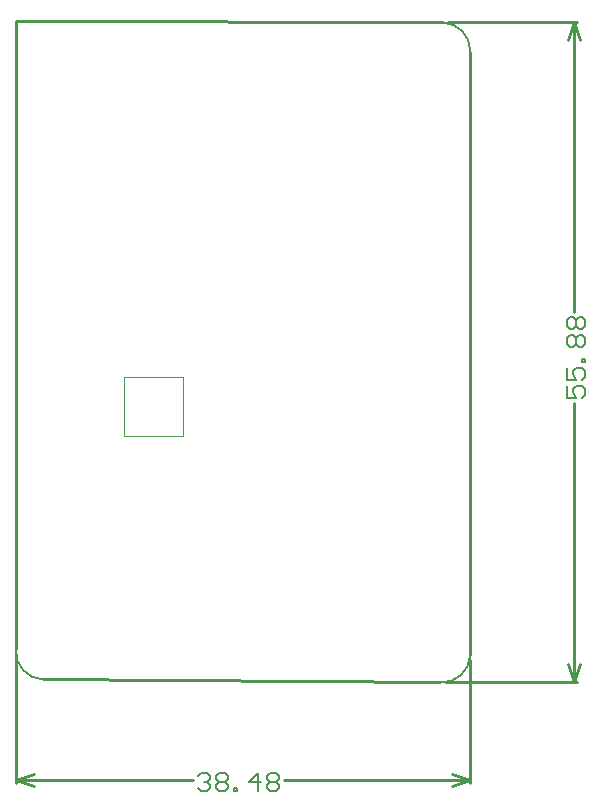
<source format=gm1>
G04*
G04 #@! TF.GenerationSoftware,Altium Limited,Altium Designer,20.0.13 (296)*
G04*
G04 Layer_Color=16711935*
%FSLAX24Y24*%
%MOIN*%
G70*
G01*
G75*
%ADD10C,0.0100*%
%ADD14C,0.0060*%
%ADD17C,0.0050*%
%ADD85C,0.0000*%
D10*
X30250Y13400D02*
Y33500D01*
X15100Y13600D02*
Y34550D01*
X29350Y34500D01*
X16000Y12600D02*
X29250Y12500D01*
X33700Y34500D02*
X33900Y33900D01*
X33500D02*
X33700Y34500D01*
X33500Y13100D02*
X33700Y12500D01*
X33900Y13100D01*
X33700Y24850D02*
Y34500D01*
Y12500D02*
Y21830D01*
X29500Y34500D02*
X33800D01*
X29400Y12500D02*
X33800D01*
X15100Y9250D02*
X15700Y9450D01*
X15100Y9250D02*
X15700Y9050D01*
X29650D02*
X30250Y9250D01*
X29650Y9450D02*
X30250Y9250D01*
X15100D02*
X21005D01*
X24025D02*
X30250D01*
X15100Y9150D02*
Y13450D01*
X30250Y9150D02*
Y13250D01*
D14*
X33460Y22390D02*
Y21990D01*
X33760D01*
X33660Y22190D01*
Y22290D01*
X33760Y22390D01*
X33960D01*
X34060Y22290D01*
Y22090D01*
X33960Y21990D01*
X33460Y22990D02*
Y22590D01*
X33760D01*
X33660Y22790D01*
Y22890D01*
X33760Y22990D01*
X33960D01*
X34060Y22890D01*
Y22690D01*
X33960Y22590D01*
X34060Y23190D02*
X33960D01*
Y23290D01*
X34060D01*
Y23190D01*
X33560Y23690D02*
X33460Y23790D01*
Y23990D01*
X33560Y24090D01*
X33660D01*
X33760Y23990D01*
X33860Y24090D01*
X33960D01*
X34060Y23990D01*
Y23790D01*
X33960Y23690D01*
X33860D01*
X33760Y23790D01*
X33660Y23690D01*
X33560D01*
X33760Y23790D02*
Y23990D01*
X33560Y24290D02*
X33460Y24390D01*
Y24590D01*
X33560Y24690D01*
X33660D01*
X33760Y24590D01*
X33860Y24690D01*
X33960D01*
X34060Y24590D01*
Y24390D01*
X33960Y24290D01*
X33860D01*
X33760Y24390D01*
X33660Y24290D01*
X33560D01*
X33760Y24390D02*
Y24590D01*
X21165Y9390D02*
X21265Y9490D01*
X21465D01*
X21565Y9390D01*
Y9290D01*
X21465Y9190D01*
X21365D01*
X21465D01*
X21565Y9090D01*
Y8990D01*
X21465Y8890D01*
X21265D01*
X21165Y8990D01*
X21765Y9390D02*
X21865Y9490D01*
X22065D01*
X22165Y9390D01*
Y9290D01*
X22065Y9190D01*
X22165Y9090D01*
Y8990D01*
X22065Y8890D01*
X21865D01*
X21765Y8990D01*
Y9090D01*
X21865Y9190D01*
X21765Y9290D01*
Y9390D01*
X21865Y9190D02*
X22065D01*
X22365Y8890D02*
Y8990D01*
X22465D01*
Y8890D01*
X22365D01*
X23165D02*
Y9490D01*
X22865Y9190D01*
X23265D01*
X23465Y9390D02*
X23565Y9490D01*
X23765D01*
X23865Y9390D01*
Y9290D01*
X23765Y9190D01*
X23865Y9090D01*
Y8990D01*
X23765Y8890D01*
X23565D01*
X23465Y8990D01*
Y9090D01*
X23565Y9190D01*
X23465Y9290D01*
Y9390D01*
X23565Y9190D02*
X23765D01*
D17*
X30250Y33500D02*
G03*
X30251Y33550I-950J50D01*
G01*
D02*
G03*
X29350Y34500I-951J0D01*
G01*
X29250Y12500D02*
G03*
X30250Y13400I50J950D01*
G01*
X15100Y13600D02*
G03*
X16000Y12600I950J-50D01*
G01*
X30250Y13400D02*
Y33500D01*
X15100Y34550D02*
X29350Y34500D01*
X15100Y13600D02*
Y34550D01*
X16000Y12600D02*
X29250Y12500D01*
D85*
X18715Y20715D02*
Y22685D01*
X20685D01*
Y20715D02*
Y22685D01*
X18715Y20715D02*
X20685D01*
Y22231D02*
Y22351D01*
Y22231D02*
Y22351D01*
Y22034D02*
Y22154D01*
Y22034D02*
Y22154D01*
Y21837D02*
Y21957D01*
Y21837D02*
Y21957D01*
Y21640D02*
Y21760D01*
Y21640D02*
Y21760D01*
Y21443D02*
Y21563D01*
Y21443D02*
Y21563D01*
Y21246D02*
Y21366D01*
Y21246D02*
Y21366D01*
Y21049D02*
Y21169D01*
Y21049D02*
Y21169D01*
X20231Y20715D02*
X20351D01*
X20231D02*
X20351D01*
X20034D02*
X20154D01*
X20034D02*
X20154D01*
X19837D02*
X19957D01*
X19837D02*
X19957D01*
X19640D02*
X19760D01*
X19640D02*
X19760D01*
X19443D02*
X19563D01*
X19443D02*
X19563D01*
X19246D02*
X19366D01*
X19246D02*
X19366D01*
X19049D02*
X19169D01*
X19049D02*
X19169D01*
X18715Y21049D02*
Y21169D01*
Y21049D02*
Y21169D01*
Y21246D02*
Y21366D01*
Y21246D02*
Y21366D01*
Y21443D02*
Y21563D01*
Y21443D02*
Y21563D01*
Y21640D02*
Y21760D01*
Y21640D02*
Y21760D01*
Y21837D02*
Y21957D01*
Y21837D02*
Y21957D01*
Y22034D02*
Y22154D01*
Y22034D02*
Y22154D01*
Y22231D02*
Y22351D01*
Y22231D02*
Y22351D01*
X19049Y22685D02*
X19169D01*
X19049D02*
X19169D01*
X19246D02*
X19366D01*
X19246D02*
X19366D01*
X19443D02*
X19563D01*
X19443D02*
X19563D01*
X19640D02*
X19760D01*
X19640D02*
X19760D01*
X19837D02*
X19957D01*
X19837D02*
X19957D01*
X20034D02*
X20154D01*
X20034D02*
X20154D01*
X20231D02*
X20351D01*
X20231D02*
X20351D01*
M02*

</source>
